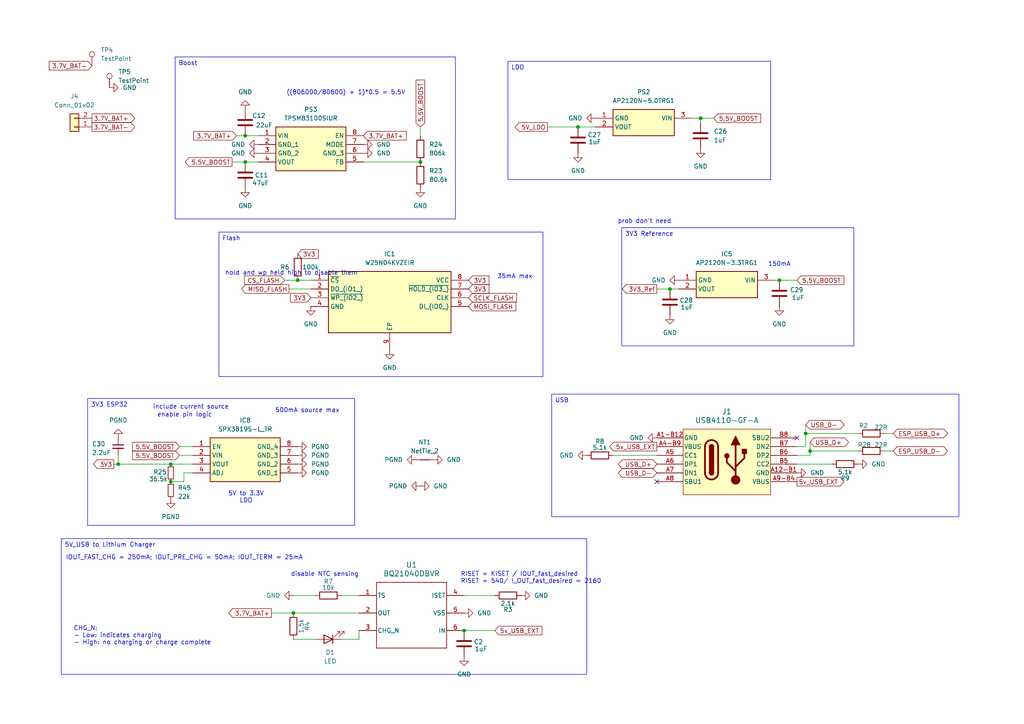
<source format=kicad_sch>
(kicad_sch (version 20250114) (generator "eeschema") (generator_version "9.0")
  (paper "A4")
  (lib_symbols
    (symbol "22XT_Main:SPX3819S-L_TR"
      (property "Reference" "IC" (at 26.67 7.62 0))
      (property "Value" "SPX3819S-L_TR" (at 26.67 5.08 0))
      (symbol "SPX3819S-L_TR_1_1"
        (rectangle (start 5.08 2.54) (end 25.4 -10.16) (stroke (width 0.254)) (fill (type background)))
        (pin passive line (at 0 0 0) (length 5.08) (name "EN") (number "1"))
        (pin passive line (at 0 -2.54 0) (length 5.08) (name "VIN") (number "2"))
        (pin passive line (at 0 -5.08 0) (length 5.08) (name "VOUT") (number "3"))
        (pin passive line (at 0 -7.62 0) (length 5.08) (name "ADJ") (number "4"))
        (pin passive line (at 30.48 0 180) (length 5.08) (name "GND_4") (number "8"))
        (pin passive line (at 30.48 -2.54 180) (length 5.08) (name "GND_3") (number "7"))
        (pin passive line (at 30.48 -5.08 180) (length 5.08) (name "GND_2") (number "6"))
        (pin passive line (at 30.48 -7.62 180) (length 5.08) (name "GND_1") (number "5"))
      )
    )
    (symbol "22XT_WSG_Rev1:BQ21040DBVR" (pin_names (offset 0.254))
      (property "Reference" "U" (at 0 2.54 0))
      (property "Value" "BQ21040DBVR" (at 0 0 0))
      (symbol "BQ21040DBVR_0_1"
        (polyline (pts (xy -10.16 12.7) (xy -10.16 -6.35)) (stroke (width 0.2032)))
        (polyline (pts (xy -10.16 -6.35) (xy 10.16 -6.35)) (stroke (width 0.2032)))
        (polyline (pts (xy 10.16 12.7) (xy -10.16 12.7)) (stroke (width 0.2032)))
        (polyline (pts (xy 10.16 -6.35) (xy 10.16 12.7)) (stroke (width 0.2032)))
        (pin input line (at -15.24 8.89 0) (length 5.08) (name "TS") (number "1"))
        (pin power_in line (at -15.24 3.81 0) (length 5.08) (name "OUT") (number "2"))
        (pin open_collector line (at -15.24 -1.27 0) (length 5.08) (name "CHG_N") (number "3"))
        (pin input line (at 15.24 8.89 180) (length 5.08) (name "ISET") (number "4"))
        (pin power_in line (at 15.24 3.81 180) (length 5.08) (name "VSS") (number "5"))
        (pin power_in line (at 15.24 -1.27 180) (length 5.08) (name "IN") (number "6"))
      )
    )
    (symbol "22xt_ICs:AP2120N-5.0TRG1"
      (property "Reference" "PS" (at 24.13 7.62 0))
      (property "Value" "AP2120N-5.0TRG1" (at 24.13 5.08 0))
      (symbol "AP2120N-5.0TRG1_1_1"
        (rectangle (start 5.08 2.54) (end 22.86 -5.08) (stroke (width 0.254)) (fill (type background)))
        (pin passive line (at 0 0 0) (length 5.08) (name "GND") (number "1"))
        (pin passive line (at 0 -2.54 0) (length 5.08) (name "VOUT") (number "2"))
        (pin passive line (at 27.94 0 180) (length 5.08) (name "VIN") (number "3"))
      )
    )
    (symbol "22xt_ICs:TPSM83100SIUR"
      (property "Reference" "PS" (at 26.67 7.62 0))
      (property "Value" "TPSM83100SIUR" (at 26.67 5.08 0))
      (symbol "TPSM83100SIUR_1_1"
        (rectangle (start 5.08 2.54) (end 25.4 -10.16) (stroke (width 0.254)) (fill (type background)))
        (pin passive line (at 0 0 0) (length 5.08) (name "VIN") (number "1"))
        (pin passive line (at 0 -2.54 0) (length 5.08) (name "GND_1") (number "2"))
        (pin passive line (at 0 -5.08 0) (length 5.08) (name "GND_2") (number "3"))
        (pin passive line (at 0 -7.62 0) (length 5.08) (name "VOUT") (number "4"))
        (pin passive line (at 30.48 0 180) (length 5.08) (name "EN") (number "8"))
        (pin passive line (at 30.48 -2.54 180) (length 5.08) (name "MODE") (number "7"))
        (pin passive line (at 30.48 -5.08 180) (length 5.08) (name "GND_3") (number "6"))
        (pin passive line (at 30.48 -7.62 180) (length 5.08) (name "FB") (number "5"))
      )
    )
    (symbol "AP2120N-3.3TRG1_1"
      (property "Reference" "IC" (at 24.13 7.62 0))
      (property "Value" "AP2120N-3.3TRG1" (at 24.13 5.08 0))
      (symbol "AP2120N-3.3TRG1_1_1_1"
        (rectangle (start 5.08 2.54) (end 22.86 -5.08) (stroke (width 0.254)) (fill (type background)))
        (pin passive line (at 0 0 0) (length 5.08) (name "GND") (number "1"))
        (pin passive line (at 0 -2.54 0) (length 5.08) (name "VOUT") (number "2"))
        (pin passive line (at 27.94 0 180) (length 5.08) (name "VIN") (number "3"))
      )
    )
    (symbol "Connector:TestPoint" (pin_numbers (hide yes)) (pin_names (offset 0.762) (hide yes))
      (property "Reference" "TP" (at 0 6.858 0))
      (property "Value" "TestPoint" (at 0 5.08 0))
      (symbol "TestPoint_0_1"
        (circle (center 0 3.302) (radius 0.762))
      )
      (symbol "TestPoint_1_1"
        (pin passive line (at 0 0 90) (length 2.54) (name "1") (number "1"))
      )
    )
    (symbol "Connector_Generic:Conn_01x02" (pin_names (offset 1.016) (hide yes))
      (property "Reference" "J" (at 0 2.54 0))
      (property "Value" "Conn_01x02" (at 0 -5.08 0))
      (symbol "Conn_01x02_1_1"
        (rectangle (start -1.27 1.27) (end 1.27 -3.81) (stroke (width 0.254)) (fill (type background)))
        (rectangle (start -1.27 0.127) (end 0 -0.127) (stroke (width 0.1524)))
        (rectangle (start -1.27 -2.413) (end 0 -2.667) (stroke (width 0.1524)))
        (pin passive line (at -5.08 0 0) (length 3.81) (name "Pin_1") (number "1"))
        (pin passive line (at -5.08 -2.54 0) (length 3.81) (name "Pin_2") (number "2"))
      )
    )
    (symbol "Device:C" (pin_numbers (hide yes)) (pin_names (offset 0.254))
      (property "Reference" "C" (at 0.635 2.54 0))
      (property "Value" "C" (at 0.635 -2.54 0))
      (symbol "C_0_1"
        (polyline (pts (xy -2.032 0.762) (xy 2.032 0.762)) (stroke (width 0.508)))
        (polyline (pts (xy -2.032 -0.762) (xy 2.032 -0.762)) (stroke (width 0.508)))
      )
      (symbol "C_1_1"
        (pin passive line (at 0 3.81 270) (length 2.794) (name "~") (number "1"))
        (pin passive line (at 0 -3.81 90) (length 2.794) (name "~") (number "2"))
      )
    )
    (symbol "Device:C_Small" (pin_numbers (hide yes)) (pin_names (offset 0.254) (hide yes))
      (property "Reference" "C" (at 0.254 1.778 0))
      (property "Value" "C_Small" (at 0.254 -2.032 0))
      (symbol "C_Small_0_1"
        (polyline (pts (xy -1.524 0.508) (xy 1.524 0.508)) (stroke (width 0.3048)))
        (polyline (pts (xy -1.524 -0.508) (xy 1.524 -0.508)) (stroke (width 0.3302)))
      )
      (symbol "C_Small_1_1"
        (pin passive line (at 0 2.54 270) (length 2.032) (name "~") (number "1"))
        (pin passive line (at 0 -2.54 90) (length 2.032) (name "~") (number "2"))
      )
    )
    (symbol "Device:LED" (pin_numbers (hide yes)) (pin_names (offset 1.016) (hide yes))
      (property "Reference" "D" (at 0 2.54 0))
      (property "Value" "LED" (at 0 -2.54 0))
      (symbol "LED_0_1"
        (polyline (pts (xy -3.048 -0.762) (xy -4.572 -2.286) (xy -3.81 -2.286) (xy -4.572 -2.286) (xy -4.572 -1.524)))
        (polyline (pts (xy -1.778 -0.762) (xy -3.302 -2.286) (xy -2.54 -2.286) (xy -3.302 -2.286) (xy -3.302 -1.524)))
        (polyline (pts (xy -1.27 0) (xy 1.27 0)))
        (polyline (pts (xy -1.27 -1.27) (xy -1.27 1.27)) (stroke (width 0.254)))
        (polyline (pts (xy 1.27 -1.27) (xy 1.27 1.27) (xy -1.27 0) (xy 1.27 -1.27)) (stroke (width 0.254)))
      )
      (symbol "LED_1_1"
        (pin passive line (at -3.81 0 0) (length 2.54) (name "K") (number "1"))
        (pin passive line (at 3.81 0 180) (length 2.54) (name "A") (number "2"))
      )
    )
    (symbol "Device:NetTie_2" (pin_numbers (hide yes)) (pin_names (offset 0) (hide yes)) (in_bom no)
      (property "Reference" "NT" (at 0 1.27 0))
      (property "Value" "NetTie_2" (at 0 -1.27 0))
      (symbol "NetTie_2_0_1"
        (polyline (pts (xy -1.27 0) (xy 1.27 0)) (stroke (width 0.254)))
      )
      (symbol "NetTie_2_1_1"
        (pin passive line (at -2.54 0 0) (length 2.54) (name "1") (number "1"))
        (pin passive line (at 2.54 0 180) (length 2.54) (name "2") (number "2"))
      )
    )
    (symbol "Device:R" (pin_numbers (hide yes)) (pin_names (offset 0))
      (property "Reference" "R" (at 2.032 0 90))
      (property "Value" "R" (at 0 0 90))
      (symbol "R_0_1"
        (rectangle (start -1.016 -2.54) (end 1.016 2.54) (stroke (width 0.254)))
      )
      (symbol "R_1_1"
        (pin passive line (at 0 3.81 270) (length 1.27) (name "~") (number "1"))
        (pin passive line (at 0 -3.81 90) (length 1.27) (name "~") (number "2"))
      )
    )
    (symbol "Device:R_Small" (pin_numbers (hide yes)) (pin_names (offset 0.254) (hide yes))
      (property "Reference" "R" (at 0.762 0.508 0))
      (property "Value" "R_Small" (at 0.762 -1.016 0))
      (symbol "R_Small_0_1"
        (rectangle (start -0.762 1.778) (end 0.762 -1.778) (stroke (width 0.2032)))
      )
      (symbol "R_Small_1_1"
        (pin passive line (at 0 2.54 270) (length 0.762) (name "~") (number "1"))
        (pin passive line (at 0 -2.54 90) (length 0.762) (name "~") (number "2"))
      )
    )
    (symbol "power:GND" (power) (pin_numbers (hide yes)) (pin_names (offset 0) (hide yes))
      (property "Value" "GND" (at 0 -3.81 0))
      (symbol "GND_0_1"
        (polyline (pts (xy 0 0) (xy 0 -1.27) (xy 1.27 -1.27) (xy 0 -2.54) (xy -1.27 -1.27) (xy 0 -1.27)))
      )
      (symbol "GND_1_1"
        (pin power_in line (at 0 0 270) (length 0) (name "~") (number "1"))
      )
    )
    (symbol "power:GNDA" (power) (pin_numbers (hide yes)) (pin_names (offset 0) (hide yes))
      (property "Value" "GNDA" (at 0 -3.81 0))
      (symbol "GNDA_0_1"
        (polyline (pts (xy 0 0) (xy 0 -1.27) (xy 1.27 -1.27) (xy 0 -2.54) (xy -1.27 -1.27) (xy 0 -1.27)))
      )
      (symbol "GNDA_1_1"
        (pin power_in line (at 0 0 270) (length 0) (name "~") (number "1"))
      )
    )
    (symbol "wsg_syms:USB4110-GF-A" (pin_names (offset 0.254))
      (property "Reference" "J" (at 20.32 10.16 0))
      (property "Value" "USB4110-GF-A" (at 20.32 7.62 0))
      (symbol "USB4110-GF-A_0_1"
        (polyline (pts (xy 13.97 -10.16) (xy 13.97 -2.54)) (stroke (width 0.508)))
        (rectangle (start 15.24 -10.16) (end 16.51 -2.54) (stroke (width 0.254)) (fill (type outline)))
        (arc (start 15.24 -2.54) (mid 15.875 -1.9077) (end 16.51 -2.54) (stroke (width 0.254)))
        (arc (start 15.24 -2.54) (mid 15.875 -1.9077) (end 16.51 -2.54) (stroke (width 0.254)) (fill (type outline)))
        (arc (start 13.97 -2.54) (mid 15.875 -0.6433) (end 17.78 -2.54) (stroke (width 0.508)))
        (arc (start 17.78 -10.16) (mid 15.875 -12.0567) (end 13.97 -10.16) (stroke (width 0.508)))
        (arc (start 16.51 -10.16) (mid 15.875 -10.7923) (end 15.24 -10.16) (stroke (width 0.254)))
        (arc (start 16.51 -10.16) (mid 15.875 -10.7923) (end 15.24 -10.16) (stroke (width 0.254)) (fill (type outline)))
        (polyline (pts (xy 17.78 -2.54) (xy 17.78 -10.16)) (stroke (width 0.508)))
        (circle (center 20.32 -5.207) (radius 0.635) (stroke (width 0.254)) (fill (type outline)))
        (polyline (pts (xy 21.59 -2.032) (xy 22.86 0.508) (xy 24.13 -2.032) (xy 21.59 -2.032)) (stroke (width 0.254)) (fill (type outline)))
        (polyline (pts (xy 22.86 -8.382) (xy 25.4 -5.842) (xy 25.4 -4.572)) (stroke (width 0.508)))
        (polyline (pts (xy 22.86 -9.652) (xy 20.32 -7.112) (xy 20.32 -5.842)) (stroke (width 0.508)))
        (polyline (pts (xy 22.86 -12.192) (xy 22.86 -2.032)) (stroke (width 0.508)))
        (circle (center 22.86 -12.192) (radius 1.27) (fill (type outline)))
        (rectangle (start 24.765 -4.572) (end 26.035 -3.302) (stroke (width 0.254)) (fill (type outline)))
        (pin power_out line (at 0 0 0) (length 7.62) (name "GND") (number "A1-B12"))
        (pin power_in line (at 0 -2.54 0) (length 7.62) (name "VBUS") (number "A4-B9"))
        (pin bidirectional line (at 0 -5.08 0) (length 7.62) (name "CC1") (number "A5"))
        (pin bidirectional line (at 0 -7.62 0) (length 7.62) (name "DP1") (number "A6"))
        (pin bidirectional line (at 0 -10.16 0) (length 7.62) (name "DN1") (number "A7"))
        (pin bidirectional line (at 0 -12.7 0) (length 7.62) (name "SBU1") (number "A8"))
        (pin bidirectional line (at 40.64 0 180) (length 7.62) (name "SBU2") (number "B8"))
        (pin bidirectional line (at 40.64 -2.54 180) (length 7.62) (name "DN2") (number "B7"))
        (pin bidirectional line (at 40.64 -5.08 180) (length 7.62) (name "DP2") (number "B6"))
        (pin bidirectional line (at 40.64 -7.62 180) (length 7.62) (name "CC2") (number "B5"))
        (pin power_out line (at 40.64 -10.16 180) (length 7.62) (name "GND") (number "A12-B1"))
        (pin power_in line (at 40.64 -12.7 180) (length 7.62) (name "VBUS") (number "A9-B4"))
      )
      (symbol "USB4110-GF-A_1_1"
        (rectangle (start 7.62 2.54) (end 33.02 -16.51) (fill (type background)))
      )
    )
    (symbol "wsg_syms:W25N04KVZEIR"
      (property "Reference" "IC1" (at 22.86 7.62 90))
      (property "Value" "W25N04KVZEIR" (at 22.86 5.08 0))
      (symbol "W25N04KVZEIR_1_1"
        (rectangle (start 5.08 2.54) (end 40.64 -15.24) (stroke (width 0.254)) (fill (type background)))
        (pin passive line (at 0 0 0) (length 5.08) (name "~{CS}") (number "1"))
        (pin passive line (at 0 -2.54 0) (length 5.08) (name "DO_(IO1_)") (number "2"))
        (pin passive line (at 0 -5.08 0) (length 5.08) (name "~{WP_(IO2_)}") (number "3"))
        (pin passive line (at 0 -7.62 0) (length 5.08) (name "GND") (number "4"))
        (pin passive line (at 22.86 -20.32 90) (length 5.08) (name "EP") (number "9"))
        (pin passive line (at 45.72 0 180) (length 5.08) (name "VCC") (number "8"))
        (pin passive line (at 45.72 -2.54 180) (length 5.08) (name "~{HOLD_(IO3_)}") (number "7"))
        (pin passive line (at 45.72 -5.08 180) (length 5.08) (name "CLK") (number "6"))
        (pin passive line (at 45.72 -7.62 180) (length 5.08) (name "DI_(IO0_)") (number "5"))
      )
    )
  )
  (text "RISET = KISET / IOUT_fast_desired\nRISET = 540/ I_OUT_fast_desired = 2160\n\n" (at 133.604 168.656 0) (effects (font (size 1.27 1.27)) (justify left)))
  (text "enable pin logic" (at 53.594 120.396 0) (effects (font (size 1.27 1.27))))
  (text "500mA source max" (at 89.154 119.126 0) (effects (font (size 1.27 1.27))))
  (text "150mA" (at 226.06 76.708 0) (effects (font (size 1.27 1.27))))
  (text "((806000/80600) + 1)*0.5 = 5.5V" (at 100.33 26.924 0) (effects (font (size 1.27 1.27))))
  (text "include current source" (at 55.372 118.11 0) (effects (font (size 1.27 1.27))))
  (text "disable NTC sensing" (at 84.328 166.624 0) (effects (font (size 1.27 1.27)) (justify left)))
  (text "hold and wp held high to disable them" (at 65.278 80.01 0) (effects (font (size 1.27 1.27)) (justify left bottom)))
  (text "5V to 3.3V\nLDO" (at 71.374 144.272 0) (effects (font (size 1.27 1.27))))
  (text "IOUT_FAST_CHG = 250mA; IOUT_PRE_CHG = 50mA; IOUT_TERM = 25mA" (at 19.05 161.798 0) (effects (font (size 1.27 1.27)) (justify left)))
  (text "35mA max" (at 149.352 80.264 0) (effects (font (size 1.27 1.27))))
  (text "prob don't need" (at 186.944 64.262 0) (effects (font (size 1.27 1.27))))
  (text "CHG_N:\n- Low: indicates charging\n- High: no charging or charge complete" (at 21.336 184.404 0) (effects (font (size 1.27 1.27)) (justify left)))
  (text_box "Boost" (at 50.8 16.51 0) (size 81.28 46.99) (margins 0.9525 0.9525 0.9525 0.9525) (effects (font (size 1.27 1.27)) (justify left top)))
  (text_box "LDO" (at 147.32 17.78 0) (size 76.2 34.29) (margins 0.9525 0.9525 0.9525 0.9525) (effects (font (size 1.27 1.27)) (justify left top)))
  (text_box "USB" (at 160.02 114.3 0) (size 118.11 35.56) (margins 0.9525 0.9525 0.9525 0.9525) (effects (font (size 1.27 1.27)) (justify left top)))
  (text_box "3V3 Reference" (at 180.34 66.04 0) (size 67.31 34.29) (margins 0.9525 0.9525 0.9525 0.9525) (effects (font (size 1.27 1.27)) (justify left top)))
  (text_box "3V3 ESP32" (at 25.4 115.57 0) (size 77.47 36.83) (margins 0.9525 0.9525 0.9525 0.9525) (effects (font (size 1.27 1.27)) (justify left top)))
  (text_box "Flash" (at 63.5 67.31 0) (size 93.98 41.91) (margins 0.9525 0.9525 0.9525 0.9525) (effects (font (size 1.27 1.27)) (justify left top)))
  (text_box "5V_USB to Lithium Charger" (at 17.78 156.21 0) (size 152.4 39.37) (margins 0.9525 0.9525 0.9525 0.9525) (effects (font (size 1.27 1.27)) (justify left top)))
  (junction (at 233.68 125.73))
  (junction (at 234.95 130.81))
  (junction (at 167.64 36.83))
  (junction (at 49.53 139.7))
  (junction (at 86.36 81.28))
  (junction (at 226.06 81.28))
  (junction (at 194.31 83.82))
  (junction (at 34.29 134.62))
  (junction (at 71.12 46.99))
  (junction (at 71.12 39.37))
  (junction (at 121.92 46.99))
  (junction (at 134.62 182.88))
  (junction (at 49.53 134.62))
  (junction (at 203.2 34.29))
  (junction (at 85.09 177.8))
  (no_connect (at 231.14 127))
  (no_connect (at 190.5 139.7))
  (wire (pts (xy 203.2 34.29) (xy 200.66 34.29)))
  (wire (pts (xy 33.02 134.62) (xy 34.29 134.62)))
  (wire (pts (xy 194.31 83.82) (xy 196.85 83.82)))
  (wire (pts (xy 231.14 81.28) (xy 226.06 81.28)))
  (wire (pts (xy 68.58 39.37) (xy 71.12 39.37)))
  (wire (pts (xy 105.41 46.99) (xy 121.92 46.99)))
  (wire (pts (xy 52.07 129.54) (xy 55.88 129.54)))
  (wire (pts (xy 241.3 134.62) (xy 231.14 134.62)))
  (wire (pts (xy 49.53 139.7) (xy 53.34 139.7)))
  (wire (pts (xy 121.92 36.83) (xy 121.92 39.37)))
  (wire (pts (xy 83.82 83.82) (xy 90.17 83.82)))
  (wire (pts (xy 203.2 35.56) (xy 203.2 34.29)))
  (wire (pts (xy 52.07 132.08) (xy 55.88 132.08)))
  (wire (pts (xy 82.55 81.28) (xy 86.36 81.28)))
  (wire (pts (xy 99.06 172.72) (xy 104.14 172.72)))
  (wire (pts (xy 49.53 134.62) (xy 55.88 134.62)))
  (wire (pts (xy 53.34 137.16) (xy 55.88 137.16)))
  (wire (pts (xy 234.95 128.27) (xy 234.95 130.81)))
  (wire (pts (xy 53.34 139.7) (xy 53.34 137.16)))
  (wire (pts (xy 234.95 130.81) (xy 234.95 132.08)))
  (wire (pts (xy 67.31 46.99) (xy 71.12 46.99)))
  (wire (pts (xy 177.8 132.08) (xy 190.5 132.08)))
  (wire (pts (xy 234.95 132.08) (xy 231.14 132.08)))
  (wire (pts (xy 167.64 36.83) (xy 172.72 36.83)))
  (wire (pts (xy 134.62 172.72) (xy 143.51 172.72)))
  (wire (pts (xy 85.09 185.42) (xy 91.44 185.42)))
  (wire (pts (xy 256.54 130.81) (xy 259.08 130.81)))
  (wire (pts (xy 34.29 134.62) (xy 49.53 134.62)))
  (wire (pts (xy 99.06 185.42) (xy 104.14 185.42)))
  (wire (pts (xy 86.36 81.28) (xy 90.17 81.28)))
  (wire (pts (xy 134.62 182.88) (xy 143.51 182.88)))
  (wire (pts (xy 85.09 177.8) (xy 104.14 177.8)))
  (wire (pts (xy 85.09 172.72) (xy 91.44 172.72)))
  (wire (pts (xy 34.29 134.62) (xy 34.29 132.08)))
  (wire (pts (xy 71.12 46.99) (xy 74.93 46.99)))
  (wire (pts (xy 71.12 39.37) (xy 74.93 39.37)))
  (wire (pts (xy 234.95 130.81) (xy 248.92 130.81)))
  (wire (pts (xy 233.68 125.73) (xy 233.68 129.54)))
  (wire (pts (xy 233.68 125.73) (xy 248.92 125.73)))
  (wire (pts (xy 158.75 36.83) (xy 167.64 36.83)))
  (wire (pts (xy 104.14 185.42) (xy 104.14 182.88)))
  (wire (pts (xy 190.5 83.82) (xy 194.31 83.82)))
  (wire (pts (xy 78.74 177.8) (xy 85.09 177.8)))
  (wire (pts (xy 256.54 125.73) (xy 259.08 125.73)))
  (wire (pts (xy 233.68 129.54) (xy 231.14 129.54)))
  (wire (pts (xy 207.01 34.29) (xy 203.2 34.29)))
  (wire (pts (xy 226.06 81.28) (xy 224.79 81.28)))
  (wire (pts (xy 233.68 123.19) (xy 233.68 125.73)))
  (global_label "3V3" (shape input) (at 90.17 86.36 180) (property "Intersheetrefs" "${INTERSHEET_REFS}" (effects (hide yes))))
  (global_label "5.5V_BOOST" (shape output) (at 67.31 46.99 180) (property "Intersheetrefs" "${INTERSHEET_REFS}" (effects (hide yes))))
  (global_label "ESP_USB_D-" (shape bidirectional) (at 259.08 130.81 0) (property "Intersheetrefs" "${INTERSHEET_REFS}" (effects (hide yes))))
  (global_label "5.5V_BOOST" (shape input) (at 207.01 34.29 0) (property "Intersheetrefs" "${INTERSHEET_REFS}" (effects (hide yes))))
  (global_label "CS_FLASH" (shape input) (at 82.55 81.28 180) (property "Intersheetrefs" "${INTERSHEET_REFS}" (effects (hide yes))))
  (global_label "USB_D-" (shape bidirectional) (at 233.68 123.19 0) (property "Intersheetrefs" "${INTERSHEET_REFS}" (effects (hide yes))))
  (global_label "ESP_USB_D+" (shape bidirectional) (at 259.08 125.73 0) (property "Intersheetrefs" "${INTERSHEET_REFS}" (effects (hide yes))))
  (global_label "USB_D-" (shape bidirectional) (at 190.5 137.16 180) (property "Intersheetrefs" "${INTERSHEET_REFS}" (effects (hide yes))))
  (global_label "3V3" (shape input) (at 135.89 83.82 0) (property "Intersheetrefs" "${INTERSHEET_REFS}" (effects (hide yes))))
  (global_label "5.5V_BOOST" (shape input) (at 52.07 132.08 180) (property "Intersheetrefs" "${INTERSHEET_REFS}" (effects (hide yes))))
  (global_label "5.5V_BOOST" (shape input) (at 231.14 81.28 0) (property "Intersheetrefs" "${INTERSHEET_REFS}" (effects (hide yes))))
  (global_label "3.7V_BAT+" (shape output) (at 26.67 34.29 0) (property "Intersheetrefs" "${INTERSHEET_REFS}" (effects (hide yes))))
  (global_label "5V_LDO" (shape output) (at 158.75 36.83 180) (property "Intersheetrefs" "${INTERSHEET_REFS}" (effects (hide yes))))
  (global_label "3.7V_BAT-" (shape input) (at 26.67 19.05 180) (property "Intersheetrefs" "${INTERSHEET_REFS}" (effects (hide yes))))
  (global_label "3.7V_BAT-" (shape output) (at 26.67 36.83 0) (property "Intersheetrefs" "${INTERSHEET_REFS}" (effects (hide yes))))
  (global_label "5.5V_BOOST" (shape input) (at 121.92 36.83 90) (property "Intersheetrefs" "${INTERSHEET_REFS}" (effects (hide yes))))
  (global_label "5.5V_BOOST" (shape input) (at 52.07 129.54 180) (property "Intersheetrefs" "${INTERSHEET_REFS}" (effects (hide yes))))
  (global_label "USB_D+" (shape bidirectional) (at 190.5 134.62 180) (property "Intersheetrefs" "${INTERSHEET_REFS}" (effects (hide yes))))
  (global_label "SCLK_FLASH" (shape input) (at 135.89 86.36 0) (property "Intersheetrefs" "${INTERSHEET_REFS}" (effects (hide yes))))
  (global_label "3.7V_BAT+" (shape input) (at 68.58 39.37 180) (property "Intersheetrefs" "${INTERSHEET_REFS}" (effects (hide yes))))
  (global_label "3V3_Ref" (shape output) (at 190.5 83.82 180) (property "Intersheetrefs" "${INTERSHEET_REFS}" (effects (hide yes))))
  (global_label "5v_USB_EXT" (shape input) (at 143.51 182.88 0) (property "Intersheetrefs" "${INTERSHEET_REFS}" (effects (hide yes))))
  (global_label "5v_USB_EXT" (shape output) (at 231.14 139.7 0) (property "Intersheetrefs" "${INTERSHEET_REFS}" (effects (hide yes))))
  (global_label "USB_D+" (shape bidirectional) (at 234.95 128.27 0) (property "Intersheetrefs" "${INTERSHEET_REFS}" (effects (hide yes))))
  (global_label "3V3" (shape input) (at 86.36 73.66 0) (property "Intersheetrefs" "${INTERSHEET_REFS}" (effects (hide yes))))
  (global_label "3.7V_BAT+" (shape output) (at 78.74 177.8 180) (property "Intersheetrefs" "${INTERSHEET_REFS}" (effects (hide yes))))
  (global_label "MISO_FLASH" (shape output) (at 83.82 83.82 180) (property "Intersheetrefs" "${INTERSHEET_REFS}" (effects (hide yes))))
  (global_label "3V3" (shape input) (at 135.89 81.28 0) (property "Intersheetrefs" "${INTERSHEET_REFS}" (effects (hide yes))))
  (global_label "3.7V_BAT+" (shape input) (at 105.41 39.37 0) (property "Intersheetrefs" "${INTERSHEET_REFS}" (effects (hide yes))))
  (global_label "MOSI_FLASH" (shape input) (at 135.89 88.9 0) (property "Intersheetrefs" "${INTERSHEET_REFS}" (effects (hide yes))))
  (global_label "3V3" (shape output) (at 33.02 134.62 180) (property "Intersheetrefs" "${INTERSHEET_REFS}" (effects (hide yes))))
  (global_label "5v_USB_EXT" (shape output) (at 190.5 129.54 180) (property "Intersheetrefs" "${INTERSHEET_REFS}" (effects (hide yes))))
  (symbol (lib_id "Device:C") (at 167.64 40.64 0) (unit 1)
    (property "Reference" "C27" (at 170.434 39.116 0) (effects (justify left)))
    (property "Value" "1uF" (at 170.688 41.148 0) (effects (justify left)))
    (property "Footprint" "Capacitor_SMD:C_0402_1005Metric" (effects (hide yes)))
    (property "Description" "Unpolarized capacitor" (effects (hide yes)))
  )
  (symbol (lib_id "Device:R_Small") (at 49.53 137.16 0) (unit 1)
    (property "Reference" "R25" (at 44.45 136.906 0) (effects (justify left)))
    (property "Value" "36.5k" (at 43.18 138.938 0) (effects (justify left)))
    (property "Footprint" "Resistor_SMD:R_0402_1005Metric" (effects (hide yes)))
    (property "Description" "Resistor, small symbol" (effects (hide yes)))
  )
  (symbol (lib_id "power:GNDA") (at 86.36 129.54 90) (unit 1)
    (property "Reference" "#PWR056" (effects (hide yes)))
    (property "Value" "PGND" (at 90.17 129.5399 90) (effects (justify right)))
    (property "Description" "Power symbol creates a global label with name \"GNDA\" , analog ground" (effects (hide yes)))
  )
  (symbol (lib_id "power:GND") (at 71.12 31.75 180) (unit 1)
    (property "Reference" "#PWR074" (effects (hide yes)))
    (property "Value" "GND" (at 71.12 26.67 0))
    (property "Description" "Power symbol creates a global label with name \"GND\" , ground" (effects (hide yes)))
  )
  (symbol (lib_id "power:GND") (at 125.73 133.35 90) (unit 1)
    (property "Reference" "#PWR029" (effects (hide yes)))
    (property "Value" "GND" (at 129.54 133.3499 90) (effects (justify right)))
    (property "Description" "Power symbol creates a global label with name \"GND\" , ground" (effects (hide yes)))
  )
  (symbol (lib_id "power:GND") (at 74.93 41.91 270) (unit 1)
    (property "Reference" "#PWR049" (effects (hide yes)))
    (property "Value" "GND" (at 71.12 41.9099 90) (effects (justify right)))
    (property "Description" "Power symbol creates a global label with name \"GND\" , ground" (effects (hide yes)))
  )
  (symbol (lib_id "power:GND") (at 71.12 54.61 0) (unit 1)
    (property "Reference" "#PWR073" (effects (hide yes)))
    (property "Value" "GND" (at 71.12 59.69 0))
    (property "Description" "Power symbol creates a global label with name \"GND\" , ground" (effects (hide yes)))
  )
  (symbol (lib_id "Connector_Generic:Conn_01x02") (at 21.59 36.83 180) (unit 1)
    (property "Reference" "J4" (at 21.59 27.94 0))
    (property "Value" "Conn_01x02" (at 21.59 30.48 0))
    (property "Footprint" "Connector_PinHeader_1.00mm:PinHeader_1x02_P1.00mm_Horizontal" (effects (hide yes)))
    (property "Description" "Generic connector, single row, 01x02, script generated (kicad-library-utils/schlib/autogen/connector/)" (effects (hide yes)))
  )
  (symbol (lib_id "power:GNDA") (at 86.36 137.16 90) (unit 1)
    (property "Reference" "#PWR059" (effects (hide yes)))
    (property "Value" "PGND" (at 90.17 137.1599 90) (effects (justify right)))
    (property "Description" "Power symbol creates a global label with name \"GNDA\" , analog ground" (effects (hide yes)))
  )
  (symbol (lib_id "Device:R") (at 85.09 181.61 180) (unit 1)
    (property "Reference" "R4" (at 89.154 181.61 90))
    (property "Value" "1.5k" (at 87.376 181.61 90))
    (property "Footprint" "Resistor_SMD:R_0402_1005Metric" (effects (hide yes)))
    (property "Description" "Resistor" (effects (hide yes)))
  )
  (symbol (lib_id "power:GND") (at 90.17 88.9 0) (unit 1)
    (property "Reference" "#PWR03" (effects (hide yes)))
    (property "Value" "GND" (at 90.17 93.98 0))
    (property "Description" "Power symbol creates a global label with name \"GND\" , ground" (effects (hide yes)))
  )
  (symbol (lib_id "Device:R") (at 252.73 125.73 90) (unit 1)
    (property "Reference" "R2" (at 250.444 123.444 90))
    (property "Value" "22R" (at 255.524 123.952 90))
    (property "Footprint" "Resistor_SMD:R_0402_1005Metric" (effects (hide yes)))
    (property "Description" "Resistor" (effects (hide yes)))
  )
  (symbol (lib_id "power:GNDA") (at 86.36 132.08 90) (unit 1)
    (property "Reference" "#PWR057" (effects (hide yes)))
    (property "Value" "PGND" (at 90.17 132.0799 90) (effects (justify right)))
    (property "Description" "Power symbol creates a global label with name \"GNDA\" , analog ground" (effects (hide yes)))
  )
  (symbol (lib_id "power:GND") (at 190.5 127 270) (unit 1)
    (property "Reference" "#PWR06" (effects (hide yes)))
    (property "Value" "GND" (at 186.69 126.9999 90) (effects (justify right)))
    (property "Description" "Power symbol creates a global label with name \"GND\" , ground" (effects (hide yes)))
  )
  (symbol (lib_id "Device:R") (at 173.99 132.08 270) (unit 1)
    (property "Reference" "R8" (at 173.99 128.016 90))
    (property "Value" "5.1k" (at 173.99 129.794 90))
    (property "Footprint" "Resistor_SMD:R_0402_1005Metric" (effects (hide yes)))
    (property "Description" "Resistor" (effects (hide yes)))
  )
  (symbol (lib_id "Connector:TestPoint") (at 26.67 19.05 0) (unit 1)
    (property "Reference" "TP4" (at 29.21 14.4779 0) (effects (justify left)))
    (property "Value" "TestPoint" (at 29.21 17.0179 0) (effects (justify left)))
    (property "Footprint" "TestPoint:TestPoint_Pad_1.0x1.0mm" (effects (hide yes)))
    (property "Description" "test point" (effects (hide yes)))
  )
  (symbol (lib_id "power:GND") (at 194.31 91.44 0) (unit 1)
    (property "Reference" "#PWR08" (effects (hide yes)))
    (property "Value" "GND" (at 194.31 96.52 0))
    (property "Description" "Power symbol creates a global label with name \"GND\" , ground" (effects (hide yes)))
  )
  (symbol (lib_id "power:GND") (at 74.93 44.45 270) (unit 1)
    (property "Reference" "#PWR050" (effects (hide yes)))
    (property "Value" "GND" (at 71.12 44.4499 90) (effects (justify right)))
    (property "Description" "Power symbol creates a global label with name \"GND\" , ground" (effects (hide yes)))
  )
  (symbol (lib_id "wsg_syms:W25N04KVZEIR") (at 90.17 81.28 0) (unit 1)
    (property "Reference" "IC1" (at 113.03 73.66 0))
    (property "Value" "W25N04KVZEIR" (at 113.03 76.2 0))
    (property "Footprint" "wsg_fp:SON127P800X600X80-9N-D" (effects (hide yes)))
    (property "Datasheet" "https://www.winbond.com/hq/search-resource-file.jsp?partNo=W25N04KVZEIR&type=datasheet" (effects (hide yes)))
    (property "Description" "FLASH - NAND Memory IC 4Gbit SPI - Quad I/O 104 MHz 8-WSON (8x6)" (effects (hide yes)))
    (property "Height" "0.8" (effects (hide yes)))
    (property "Mouser Part Number" "454-W25N04KVZEIR" (effects (hide yes)))
    (property "Mouser Price/Stock" "https://www.mouser.co.uk/ProductDetail/Winbond/W25N04KVZEIR?qs=YwPsRIUVAOdveyibmg1m8Q%3D%3D" (effects (hide yes)))
    (property "Manufacturer_Name" "Winbond" (effects (hide yes)))
    (property "Manufacturer_Part_Number" "W25N04KVZEIR" (effects (hide yes)))
  )
  (symbol (lib_id "power:GND") (at 134.62 190.5 0) (unit 1)
    (property "Reference" "#PWR063" (effects (hide yes)))
    (property "Value" "GND" (at 134.62 195.58 0))
    (property "Description" "Power symbol creates a global label with name \"GND\" , ground" (effects (hide yes)))
  )
  (symbol (lib_id "22xt_ICs:TPSM83100SIUR") (at 74.93 39.37 0) (unit 1)
    (property "Reference" "PS3" (at 90.17 31.75 0))
    (property "Value" "TPSM83100SIUR" (at 90.17 34.29 0))
    (property "Footprint" "wsg_fp:TPSM83100SIUR" (effects (hide yes)))
    (property "Datasheet" "https://www.ti.com/lit/ds/symlink/tpsm83100.pdf?ts=1747208519833&ref_url=https%253A%252F%252Fwww.ti.com%252Fproduct%252FTPSM83100%252Fpart-details%252FTPSM83100SIUR" (effects (hide yes)))
    (property "Description" "Non-Isolated PoL Module DC DC Converter 1 Output 1.2 ~ 5.5V 1.5A 1.6V - 5.5V Input" (effects (hide yes)))
    (property "Height" "1.2" (effects (hide yes)))
    (property "Mouser Part Number" "595-TPSM83100SIUR" (effects (hide yes)))
    (property "Mouser Price/Stock" "https://www.mouser.co.uk/ProductDetail/Texas-Instruments/TPSM83100SIUR?qs=17ckDYBRdembJwsYYPsw7Q%3D%3D" (effects (hide yes)))
    (property "Manufacturer_Name" "Texas Instruments" (effects (hide yes)))
    (property "Manufacturer_Part_Number" "TPSM83100SIUR" (effects (hide yes)))
  )
  (symbol (lib_id "power:GND") (at 226.06 88.9 0) (unit 1)
    (property "Reference" "#PWR027" (effects (hide yes)))
    (property "Value" "GND" (at 226.06 93.98 0))
    (property "Description" "Power symbol creates a global label with name \"GND\" , ground" (effects (hide yes)))
  )
  (symbol (lib_id "Device:R") (at 95.25 172.72 270) (unit 1)
    (property "Reference" "R7" (at 95.25 168.656 90))
    (property "Value" "10k" (at 95.25 170.434 90))
    (property "Footprint" "Resistor_SMD:R_0402_1005Metric" (effects (hide yes)))
    (property "Description" "Resistor" (effects (hide yes)))
  )
  (symbol (lib_id "power:GND") (at 203.2 43.18 0) (unit 1)
    (property "Reference" "#PWR054" (effects (hide yes)))
    (property "Value" "GND" (at 203.2 48.26 0))
    (property "Description" "Power symbol creates a global label with name \"GND\" , ground" (effects (hide yes)))
  )
  (symbol (lib_id "22xt_ICs:AP2120N-5.0TRG1") (at 172.72 34.29 0) (unit 1)
    (property "Reference" "PS2" (at 186.69 26.67 0))
    (property "Value" "AP2120N-5.0TRG1" (at 186.69 29.21 0))
    (property "Footprint" "wsg_fp:AP2120N-5.0TRG" (effects (hide yes)))
    (property "Datasheet" "https://www.diodes.com//assets/Datasheets/AP2120.pdf" (effects (hide yes)))
    (property "Description" "IC REG LINEAR 5V 150MA SOT23" (effects (hide yes)))
    (property "Height" "1.2" (effects (hide yes)))
    (property "Mouser Part Number" "621-AP2120N-5.0TRG1" (effects (hide yes)))
    (property "Mouser Price/Stock" "https://www.mouser.co.uk/ProductDetail/Diodes-Incorporated/AP2120N-5.0TRG1?qs=M%2FOdCRO8QQ3JQu49DdtyIA%3D%3D" (effects (hide yes)))
    (property "Manufacturer_Name" "Diodes Incorporated" (effects (hide yes)))
    (property "Manufacturer_Part_Number" "AP2120N-5.0TRG1" (effects (hide yes)))
  )
  (symbol (lib_name "AP2120N-3.3TRG1_1") (lib_id "22xt_ICs:AP2120N-3.3TRG1") (at 196.85 81.28 0) (unit 1)
    (property "Reference" "IC5" (at 210.82 73.66 0))
    (property "Value" "AP2120N-3.3TRG1" (at 210.82 76.2 0))
    (property "Footprint" "wsg_fp:AP2120N-3.3TRG1" (effects (hide yes)))
    (property "Datasheet" "https://www.diodes.com//assets/Datasheets/AP2120.pdf" (effects (hide yes)))
    (property "Description" "DiodesZetex AP2120N-3.3TRG1, Low Noise LDO Voltage Regulator, 3.3 V +/-2%, 2  6 Vin, 3-Pin SOT-23" (effects (hide yes)))
    (property "Height" "1.05" (effects (hide yes)))
    (property "Mouser Part Number" "621-AP2120N-3.3TRG1" (effects (hide yes)))
    (property "Mouser Price/Stock" "https://www.mouser.co.uk/ProductDetail/Diodes-Incorporated/AP2120N-3.3TRG1?qs=x6A8l6qLYDA1usfeaZ7Tnw%3D%3D" (effects (hide yes)))
    (property "Manufacturer_Name" "Diodes Incorporated" (effects (hide yes)))
    (property "Manufacturer_Part_Number" "AP2120N-3.3TRG1" (effects (hide yes)))
  )
  (symbol (lib_id "Device:C") (at 203.2 39.37 0) (unit 1)
    (property "Reference" "C26" (at 207.01 38.0999 0) (effects (justify left)))
    (property "Value" "1uF" (at 207.01 40.6399 0) (effects (justify left)))
    (property "Footprint" "Capacitor_SMD:C_0402_1005Metric" (effects (hide yes)))
    (property "Description" "Unpolarized capacitor" (effects (hide yes)))
  )
  (symbol (lib_id "power:GND") (at 172.72 34.29 270) (unit 1)
    (property "Reference" "#PWR067" (effects (hide yes)))
    (property "Value" "GND" (at 168.91 34.2899 90) (effects (justify right)))
    (property "Description" "Power symbol creates a global label with name \"GND\" , ground" (effects (hide yes)))
  )
  (symbol (lib_id "power:GND") (at 248.92 134.62 90) (unit 1)
    (property "Reference" "#PWR010" (effects (hide yes)))
    (property "Value" "GND" (at 252.73 134.6199 90) (effects (justify right)))
    (property "Description" "Power symbol creates a global label with name \"GND\" , ground" (effects (hide yes)))
  )
  (symbol (lib_id "Device:C") (at 71.12 50.8 0) (unit 1)
    (property "Reference" "C11" (at 73.914 50.8 0) (effects (justify left)))
    (property "Value" "47uF" (at 73.152 53.086 0) (effects (justify left)))
    (property "Footprint" "Capacitor_SMD:C_0402_1005Metric" (effects (hide yes)))
    (property "Description" "Unpolarized capacitor" (effects (hide yes)))
  )
  (symbol (lib_id "Device:R") (at 252.73 130.81 90) (unit 1)
    (property "Reference" "R28" (at 250.698 129.032 90))
    (property "Value" "22R" (at 255.524 129.032 90))
    (property "Footprint" "Resistor_SMD:R_0402_1005Metric" (effects (hide yes)))
    (property "Description" "Resistor" (effects (hide yes)))
  )
  (symbol (lib_id "power:GND") (at 170.18 132.08 270) (unit 1)
    (property "Reference" "#PWR05" (effects (hide yes)))
    (property "Value" "GND" (at 166.37 132.0799 90) (effects (justify right)))
    (property "Description" "Power symbol creates a global label with name \"GND\" , ground" (effects (hide yes)))
  )
  (symbol (lib_id "Device:LED") (at 95.25 185.42 180) (unit 1)
    (property "Reference" "D1" (at 95.758 189.23 0))
    (property "Value" "LED" (at 95.758 191.77 0))
    (property "Footprint" "Diode_SMD:D_0402_1005Metric" (effects (hide yes)))
    (property "Description" "Light emitting diode" (effects (hide yes)))
    (property "Sim.Pins" "1=K 2=A" (effects (hide yes)))
  )
  (symbol (lib_id "power:GND") (at 121.92 54.61 0) (unit 1)
    (property "Reference" "#PWR053" (effects (hide yes)))
    (property "Value" "GND" (at 121.92 59.69 0))
    (property "Description" "Power symbol creates a global label with name \"GND\" , ground" (effects (hide yes)))
  )
  (symbol (lib_id "power:GND") (at 151.13 172.72 90) (unit 1)
    (property "Reference" "#PWR065" (effects (hide yes)))
    (property "Value" "GND" (at 154.94 172.7201 90) (effects (justify right)))
    (property "Description" "Power symbol creates a global label with name \"GND\" , ground" (effects (hide yes)))
  )
  (symbol (lib_id "Device:C") (at 71.12 35.56 0) (unit 1)
    (property "Reference" "C12" (at 73.152 33.528 0) (effects (justify left)))
    (property "Value" "22uF" (at 74.168 36.322 0) (effects (justify left)))
    (property "Footprint" "Capacitor_SMD:C_0402_1005Metric" (effects (hide yes)))
    (property "Description" "Unpolarized capacitor" (effects (hide yes)))
  )
  (symbol (lib_id "Device:R") (at 147.32 172.72 90) (unit 1)
    (property "Reference" "R3" (at 147.32 176.784 90))
    (property "Value" "2.1k" (at 147.32 175.006 90))
    (property "Footprint" "Resistor_SMD:R_0402_1005Metric" (effects (hide yes)))
    (property "Description" "Resistor" (effects (hide yes)))
  )
  (symbol (lib_id "power:GND") (at 105.41 41.91 90) (unit 1)
    (property "Reference" "#PWR051" (effects (hide yes)))
    (property "Value" "GND" (at 109.22 41.9099 90) (effects (justify right)))
    (property "Description" "Power symbol creates a global label with name \"GND\" , ground" (effects (hide yes)))
  )
  (symbol (lib_id "Device:R") (at 86.36 77.47 0) (unit 1)
    (property "Reference" "R6" (at 81.28 77.47 0) (effects (justify left)))
    (property "Value" "100k" (at 87.63 77.47 0) (effects (justify left)))
    (property "Footprint" "Resistor_SMD:R_0402_1005Metric" (effects (hide yes)))
    (property "Description" "Resistor" (effects (hide yes)))
  )
  (symbol (lib_id "power:GND") (at 231.14 137.16 90) (unit 1)
    (property "Reference" "#PWR07" (effects (hide yes)))
    (property "Value" "GND" (at 234.95 137.1599 90) (effects (justify right)))
    (property "Description" "Power symbol creates a global label with name \"GND\" , ground" (effects (hide yes)))
  )
  (symbol (lib_id "power:GND") (at 105.41 44.45 90) (unit 1)
    (property "Reference" "#PWR052" (effects (hide yes)))
    (property "Value" "GND" (at 109.22 44.4499 90) (effects (justify right)))
    (property "Description" "Power symbol creates a global label with name \"GND\" , ground" (effects (hide yes)))
  )
  (symbol (lib_id "Device:C") (at 194.31 87.63 0) (unit 1)
    (property "Reference" "C28" (at 197.104 87.122 0) (effects (justify left)))
    (property "Value" "1uF" (at 197.358 89.154 0) (effects (justify left)))
    (property "Footprint" "Capacitor_SMD:C_0402_1005Metric" (effects (hide yes)))
    (property "Description" "Unpolarized capacitor" (effects (hide yes)))
  )
  (symbol (lib_id "Device:C") (at 134.62 186.69 0) (unit 1)
    (property "Reference" "C2" (at 137.414 186.182 0) (effects (justify left)))
    (property "Value" "1uF" (at 137.668 188.214 0) (effects (justify left)))
    (property "Footprint" "Capacitor_SMD:C_0603_1608Metric" (effects (hide yes)))
    (property "Description" "Unpolarized capacitor" (effects (hide yes)))
  )
  (symbol (lib_id "power:GNDA") (at 34.29 127 180) (unit 1)
    (property "Reference" "#PWR028" (effects (hide yes)))
    (property "Value" "PGND" (at 34.29 121.92 0))
    (property "Description" "Power symbol creates a global label with name \"GNDA\" , analog ground" (effects (hide yes)))
  )
  (symbol (lib_id "Device:R_Small") (at 49.53 142.24 0) (unit 1)
    (property "Reference" "R45" (at 51.562 141.478 0) (effects (justify left)))
    (property "Value" "22k" (at 51.562 144.018 0) (effects (justify left)))
    (property "Footprint" "Resistor_SMD:R_0402_1005Metric" (effects (hide yes)))
    (property "Description" "Resistor, small symbol" (effects (hide yes)))
  )
  (symbol (lib_id "22XT_WSG_Rev1:BQ21040DBVR") (at 119.38 181.61 0) (unit 1)
    (property "Reference" "U1" (at 119.38 163.83 0) (effects (font (size 1.524 1.524))))
    (property "Value" "BQ21040DBVR" (at 119.38 166.37 0) (effects (font (size 1.524 1.524))))
    (property "Footprint" "22XT_WSG_Rev1:BQ21040DBVR" (effects (hide yes)))
    (property "Datasheet" "https://www.ti.com/lit/gpn/bq21040" (effects (hide yes)))
  )
  (symbol (lib_id "power:GND") (at 31.75 25.4 90) (unit 1)
    (property "Reference" "#PWR048" (effects (hide yes)))
    (property "Value" "GND" (at 35.56 25.3999 90) (effects (justify right)))
    (property "Description" "Power symbol creates a global label with name \"GND\" , ground" (effects (hide yes)))
  )
  (symbol (lib_id "power:GND") (at 85.09 172.72 270) (unit 1)
    (property "Reference" "#PWR066" (effects (hide yes)))
    (property "Value" "GND" (at 81.28 172.7199 90) (effects (justify right)))
    (property "Description" "Power symbol creates a global label with name \"GND\" , ground" (effects (hide yes)))
  )
  (symbol (lib_id "Device:C") (at 226.06 85.09 0) (unit 1)
    (property "Reference" "C29" (at 229.108 84.074 0) (effects (justify left)))
    (property "Value" "1uF" (at 229.616 86.36 0) (effects (justify left)))
    (property "Footprint" "Capacitor_SMD:C_0402_1005Metric" (effects (hide yes)))
    (property "Description" "Unpolarized capacitor" (effects (hide yes)))
  )
  (symbol (lib_id "22XT_Main:SPX3819S-L_TR") (at 55.88 129.54 0) (unit 1)
    (property "Reference" "IC8" (at 71.12 121.92 0))
    (property "Value" "SPX3819S-L_TR" (at 71.12 124.46 0))
    (property "Footprint" "wsg_fp:SOIC127P600X175-8N" (effects (hide yes)))
    (property "Datasheet" "https://www.maxlinear.com/document?id=22106" (effects (hide yes)))
    (property "Description" "LDO Voltage Regulators 500mA LOW NOISE LDO" (effects (hide yes)))
    (property "Height" "1.75" (effects (hide yes)))
    (property "Mouser Part Number" "701-SPX3819S-L/TR" (effects (hide yes)))
    (property "Mouser Price/Stock" "https://www.mouser.co.uk/ProductDetail/MaxLinear/SPX3819S-L-TR?qs=S%2FCBhQS5rCrzMX4peN58gQ%3D%3D" (effects (hide yes)))
    (property "Manufacturer_Name" "MaxLinear, Inc." (effects (hide yes)))
    (property "Manufacturer_Part_Number" "SPX3819S-L/TR" (effects (hide yes)))
  )
  (symbol (lib_id "power:GNDA") (at 86.36 134.62 90) (unit 1)
    (property "Reference" "#PWR058" (effects (hide yes)))
    (property "Value" "PGND" (at 90.17 134.62 90) (effects (justify right)))
    (property "Description" "Power symbol creates a global label with name \"GNDA\" , analog ground" (effects (hide yes)))
  )
  (symbol (lib_id "Device:R") (at 121.92 43.18 0) (unit 1)
    (property "Reference" "R24" (at 124.46 41.9099 0) (effects (justify left)))
    (property "Value" "806k" (at 124.46 44.4499 0) (effects (justify left)))
    (property "Footprint" "Resistor_SMD:R_0402_1005Metric" (effects (hide yes)))
    (property "Description" "Resistor" (effects (hide yes)))
  )
  (symbol (lib_id "Device:R") (at 121.92 50.8 0) (unit 1)
    (property "Reference" "R23" (at 124.46 49.5299 0) (effects (justify left)))
    (property "Value" "80.6k" (at 124.46 52.0699 0) (effects (justify left)))
    (property "Footprint" "Resistor_SMD:R_0402_1005Metric" (effects (hide yes)))
    (property "Description" "Resistor" (effects (hide yes)))
  )
  (symbol (lib_id "power:GND") (at 196.85 81.28 270) (unit 1)
    (property "Reference" "#PWR09" (effects (hide yes)))
    (property "Value" "GND" (at 193.04 81.2799 90) (effects (justify right)))
    (property "Description" "Power symbol creates a global label with name \"GND\" , ground" (effects (hide yes)))
  )
  (symbol (lib_id "power:GNDA") (at 121.92 140.97 270) (unit 1)
    (property "Reference" "#PWR060" (effects (hide yes)))
    (property "Value" "PGND" (at 118.11 140.9699 90) (effects (justify right)))
    (property "Description" "Power symbol creates a global label with name \"GNDA\" , analog ground" (effects (hide yes)))
  )
  (symbol (lib_id "power:GNDA") (at 49.53 144.78 0) (unit 1)
    (property "Reference" "#PWR055" (effects (hide yes)))
    (property "Value" "PGND" (at 49.53 149.86 0))
    (property "Description" "Power symbol creates a global label with name \"GNDA\" , analog ground" (effects (hide yes)))
  )
  (symbol (lib_id "wsg_syms:USB4110-GF-A") (at 190.5 127 0) (unit 1)
    (property "Reference" "J1" (at 210.82 119.38 0) (effects (font (size 1.524 1.524))))
    (property "Value" "USB4110-GF-A" (at 210.82 121.92 0) (effects (font (size 1.524 1.524))))
    (property "Footprint" "wsg_fp:USB4110-GF-A_GCT" (effects (hide yes)))
    (property "Datasheet" "USB4110-GF-A" (effects (hide yes)))
  )
  (symbol (lib_id "power:GND") (at 167.64 44.45 0) (unit 1)
    (property "Reference" "#PWR068" (effects (hide yes)))
    (property "Value" "GND" (at 167.64 49.53 0))
    (property "Description" "Power symbol creates a global label with name \"GND\" , ground" (effects (hide yes)))
  )
  (symbol (lib_id "power:GND") (at 134.62 177.8 90) (unit 1)
    (property "Reference" "#PWR064" (effects (hide yes)))
    (property "Value" "GND" (at 138.43 177.7999 90) (effects (justify right)))
    (property "Description" "Power symbol creates a global label with name \"GND\" , ground" (effects (hide yes)))
  )
  (symbol (lib_id "Device:R") (at 245.11 134.62 90) (unit 1)
    (property "Reference" "R9" (at 245.11 138.684 90))
    (property "Value" "5.1k" (at 245.11 136.906 90))
    (property "Footprint" "Resistor_SMD:R_0402_1005Metric" (effects (hide yes)))
    (property "Description" "Resistor" (effects (hide yes)))
  )
  (symbol (lib_id "Device:NetTie_2") (at 123.19 133.35 0) (unit 1) (in_bom no)
    (property "Reference" "NT1" (at 123.19 128.27 0))
    (property "Value" "NetTie_2" (at 123.19 130.81 0))
    (property "Description" "Net tie, 2 pins" (effects (hide yes)))
  )
  (symbol (lib_id "power:GND") (at 121.92 140.97 90) (unit 1)
    (property "Reference" "#PWR061" (effects (hide yes)))
    (property "Value" "GND" (at 125.73 140.9699 90) (effects (justify right)))
    (property "Description" "Power symbol creates a global label with name \"GND\" , ground" (effects (hide yes)))
  )
  (symbol (lib_id "power:GNDA") (at 120.65 133.35 270) (unit 1)
    (property "Reference" "#PWR024" (effects (hide yes)))
    (property "Value" "PGND" (at 116.84 133.3499 90) (effects (justify right)))
    (property "Description" "Power symbol creates a global label with name \"GNDA\" , analog ground" (effects (hide yes)))
  )
  (symbol (lib_id "Device:C_Small") (at 34.29 129.54 0) (unit 1)
    (property "Reference" "C30" (at 26.67 128.778 0) (effects (justify left)))
    (property "Value" "2.2uF" (at 26.67 131.318 0) (effects (justify left)))
    (property "Footprint" "Capacitor_SMD:C_0402_1005Metric" (effects (hide yes)))
    (property "Description" "Unpolarized capacitor, small symbol" (effects (hide yes)))
  )
  (symbol (lib_id "Connector:TestPoint") (at 31.75 25.4 0) (unit 1)
    (property "Reference" "TP5" (at 34.29 20.8279 0) (effects (justify left)))
    (property "Value" "TestPoint" (at 34.29 23.3679 0) (effects (justify left)))
    (property "Footprint" "TestPoint:TestPoint_Pad_1.0x1.0mm" (effects (hide yes)))
    (property "Description" "test point" (effects (hide yes)))
  )
  (symbol (lib_id "power:GND") (at 113.03 101.6 0) (unit 1)
    (property "Reference" "#PWR04" (effects (hide yes)))
    (property "Value" "GND" (at 113.03 106.68 0))
    (property "Description" "Power symbol creates a global label with name \"GND\" , ground" (effects (hide yes)))
  )
)
</source>
